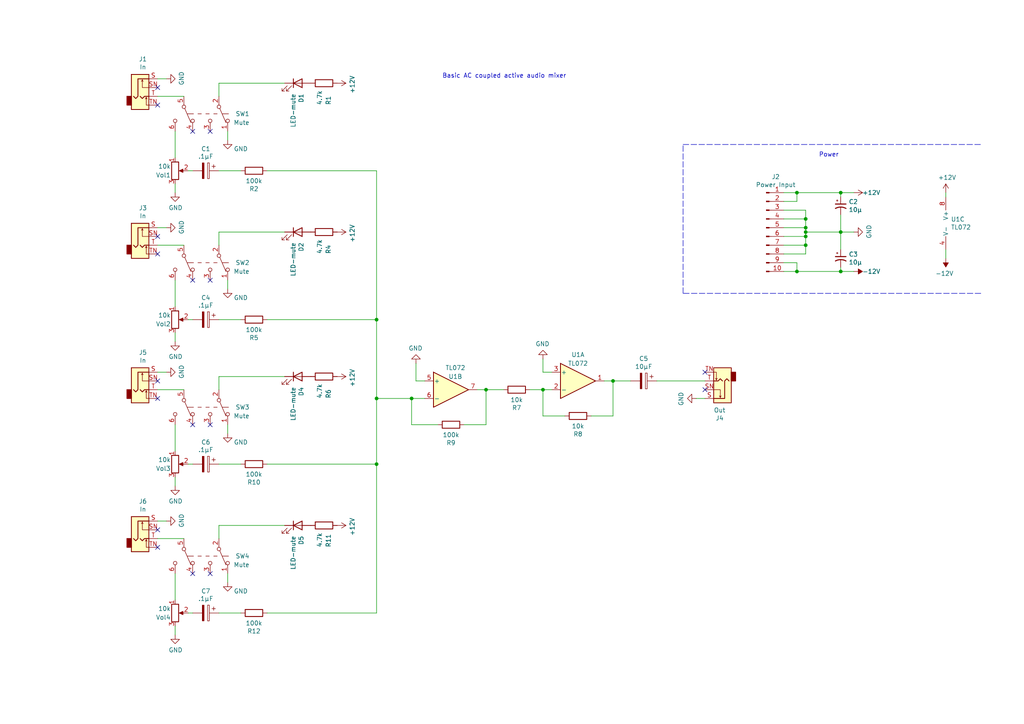
<source format=kicad_sch>
(kicad_sch (version 20211123) (generator eeschema)
  (paper "A4")
  (lib_symbols
    (symbol "Amplifier_Operational:TL072" (pin_names (offset 0.127))
      (property "Reference" "U" (at 0 5.08 0))
      (property "Value" "TL072" (at 0 -5.08 0))
      (symbol "TL072_1_1"
        (polyline (pts (xy -5.08 5.08) (xy 5.08 0) (xy -5.08 -5.08) (xy -5.08 5.08)) (stroke (width 0.254)) (fill (type background)))
        (pin output line (at 7.62 0 180) (length 2.54) (name "~") (number "1"))
        (pin input line (at -7.62 -2.54 0) (length 2.54) (name "-") (number "2"))
        (pin input line (at -7.62 2.54 0) (length 2.54) (name "+") (number "3"))
      )
      (symbol "TL072_2_1"
        (polyline (pts (xy -5.08 5.08) (xy 5.08 0) (xy -5.08 -5.08) (xy -5.08 5.08)) (stroke (width 0.254)) (fill (type background)))
        (pin input line (at -7.62 2.54 0) (length 2.54) (name "+") (number "5"))
        (pin input line (at -7.62 -2.54 0) (length 2.54) (name "-") (number "6"))
        (pin output line (at 7.62 0 180) (length 2.54) (name "~") (number "7"))
      )
      (symbol "TL072_3_1"
        (pin power_in line (at -2.54 -7.62 90) (length 3.81) (name "V-") (number "4"))
        (pin power_in line (at -2.54 7.62 270) (length 3.81) (name "V+") (number "8"))
      )
    )
    (symbol "Connector:AudioJack2_Switch"
      (property "Reference" "J" (at 0 11.43 0))
      (property "Value" "AudioJack2_Switch" (at 0 8.89 0))
      (symbol "AudioJack2_Switch_0_1"
        (rectangle (start -2.54 0) (end -3.81 -2.54) (stroke (width 0.254)) (fill (type outline)))
        (rectangle (start 2.54 6.35) (end -2.54 -3.81) (stroke (width 0.254)) (fill (type background)))
      )
      (symbol "AudioJack2_Switch_1_1"
        (polyline (pts (xy 0.635 4.826) (xy 0.889 4.318)))
        (polyline (pts (xy 1.778 -0.254) (xy 2.032 -0.762)))
        (polyline (pts (xy 0 0) (xy 0.635 -0.635) (xy 1.27 0) (xy 2.54 0)) (stroke (width 0.254)))
        (polyline (pts (xy 2.54 -2.54) (xy 1.778 -2.54) (xy 1.778 -0.254) (xy 1.524 -0.762)))
        (polyline (pts (xy 2.54 2.54) (xy 0.635 2.54) (xy 0.635 4.826) (xy 0.381 4.318)))
        (polyline (pts (xy 2.54 5.08) (xy -0.635 5.08) (xy -0.635 0) (xy -1.27 -0.635) (xy -1.905 0)) (stroke (width 0.254)))
        (pin passive line (at 5.08 5.08 180) (length 2.54) (name "~") (number "S"))
        (pin passive line (at 5.08 2.54 180) (length 2.54) (name "~") (number "SN"))
        (pin passive line (at 5.08 0 180) (length 2.54) (name "~") (number "T"))
        (pin passive line (at 5.08 -2.54 180) (length 2.54) (name "~") (number "TN"))
      )
    )
    (symbol "Connector:Conn_01x10_Male" (pin_names (offset 1.016) hide)
      (property "Reference" "J" (at 0 12.7 0))
      (property "Value" "Conn_01x10_Male" (at 0 -15.24 0))
      (symbol "Conn_01x10_Male_1_1"
        (polyline (pts (xy 1.27 -12.7) (xy 0.8636 -12.7)) (stroke (width 0.1524)))
        (polyline (pts (xy 1.27 -10.16) (xy 0.8636 -10.16)) (stroke (width 0.1524)))
        (polyline (pts (xy 1.27 -7.62) (xy 0.8636 -7.62)) (stroke (width 0.1524)))
        (polyline (pts (xy 1.27 -5.08) (xy 0.8636 -5.08)) (stroke (width 0.1524)))
        (polyline (pts (xy 1.27 -2.54) (xy 0.8636 -2.54)) (stroke (width 0.1524)))
        (polyline (pts (xy 1.27 0) (xy 0.8636 0)) (stroke (width 0.1524)))
        (polyline (pts (xy 1.27 2.54) (xy 0.8636 2.54)) (stroke (width 0.1524)))
        (polyline (pts (xy 1.27 5.08) (xy 0.8636 5.08)) (stroke (width 0.1524)))
        (polyline (pts (xy 1.27 7.62) (xy 0.8636 7.62)) (stroke (width 0.1524)))
        (polyline (pts (xy 1.27 10.16) (xy 0.8636 10.16)) (stroke (width 0.1524)))
        (rectangle (start 0.8636 -12.573) (end 0 -12.827) (stroke (width 0.1524)) (fill (type outline)))
        (rectangle (start 0.8636 -10.033) (end 0 -10.287) (stroke (width 0.1524)) (fill (type outline)))
        (rectangle (start 0.8636 -7.493) (end 0 -7.747) (stroke (width 0.1524)) (fill (type outline)))
        (rectangle (start 0.8636 -4.953) (end 0 -5.207) (stroke (width 0.1524)) (fill (type outline)))
        (rectangle (start 0.8636 -2.413) (end 0 -2.667) (stroke (width 0.1524)) (fill (type outline)))
        (rectangle (start 0.8636 0.127) (end 0 -0.127) (stroke (width 0.1524)) (fill (type outline)))
        (rectangle (start 0.8636 2.667) (end 0 2.413) (stroke (width 0.1524)) (fill (type outline)))
        (rectangle (start 0.8636 5.207) (end 0 4.953) (stroke (width 0.1524)) (fill (type outline)))
        (rectangle (start 0.8636 7.747) (end 0 7.493) (stroke (width 0.1524)) (fill (type outline)))
        (rectangle (start 0.8636 10.287) (end 0 10.033) (stroke (width 0.1524)) (fill (type outline)))
        (pin passive line (at 5.08 10.16 180) (length 3.81) (name "Pin_1") (number "1"))
        (pin passive line (at 5.08 -12.7 180) (length 3.81) (name "Pin_10") (number "10"))
        (pin passive line (at 5.08 7.62 180) (length 3.81) (name "Pin_2") (number "2"))
        (pin passive line (at 5.08 5.08 180) (length 3.81) (name "Pin_3") (number "3"))
        (pin passive line (at 5.08 2.54 180) (length 3.81) (name "Pin_4") (number "4"))
        (pin passive line (at 5.08 0 180) (length 3.81) (name "Pin_5") (number "5"))
        (pin passive line (at 5.08 -2.54 180) (length 3.81) (name "Pin_6") (number "6"))
        (pin passive line (at 5.08 -5.08 180) (length 3.81) (name "Pin_7") (number "7"))
        (pin passive line (at 5.08 -7.62 180) (length 3.81) (name "Pin_8") (number "8"))
        (pin passive line (at 5.08 -10.16 180) (length 3.81) (name "Pin_9") (number "9"))
      )
    )
    (symbol "Device:CP" (pin_numbers hide) (pin_names (offset 0.254))
      (property "Reference" "C" (at 0.635 2.54 0))
      (property "Value" "Device_CP" (at 0.635 -2.54 0))
      (symbol "CP_0_1"
        (rectangle (start -2.286 0.508) (end 2.286 1.016))
        (polyline (pts (xy -1.778 2.286) (xy -0.762 2.286)))
        (polyline (pts (xy -1.27 2.794) (xy -1.27 1.778)))
        (rectangle (start 2.286 -0.508) (end -2.286 -1.016) (fill (type outline)))
      )
      (symbol "CP_1_1"
        (pin passive line (at 0 3.81 270) (length 2.794) (name "~") (number "1"))
        (pin passive line (at 0 -3.81 90) (length 2.794) (name "~") (number "2"))
      )
    )
    (symbol "Device:CP1_Small" (pin_numbers hide) (pin_names (offset 0.254) hide)
      (property "Reference" "C" (at 0.254 1.778 0))
      (property "Value" "Device_CP1_Small" (at 0.254 -2.032 0))
      (symbol "CP1_Small_0_1"
        (polyline (pts (xy -1.524 0.508) (xy 1.524 0.508)) (stroke (width 0.3048)))
        (polyline (pts (xy -1.27 1.524) (xy -0.762 1.524)))
        (polyline (pts (xy -1.016 1.27) (xy -1.016 1.778)))
        (arc (start 1.524 -0.762) (mid 0 -0.3734) (end -1.524 -0.762) (stroke (width 0.3048)))
      )
      (symbol "CP1_Small_1_1"
        (pin passive line (at 0 2.54 270) (length 2.032) (name "~") (number "1"))
        (pin passive line (at 0 -2.54 90) (length 2.032) (name "~") (number "2"))
      )
    )
    (symbol "Device:LED" (pin_numbers hide) (pin_names (offset 1.016) hide)
      (property "Reference" "D" (at 0 2.54 0))
      (property "Value" "LED" (at 0 -2.54 0))
      (symbol "LED_0_1"
        (polyline (pts (xy -1.27 -1.27) (xy -1.27 1.27)) (stroke (width 0.254)))
        (polyline (pts (xy -1.27 0) (xy 1.27 0)))
        (polyline (pts (xy 1.27 -1.27) (xy 1.27 1.27) (xy -1.27 0) (xy 1.27 -1.27)) (stroke (width 0.254)))
        (polyline (pts (xy -3.048 -0.762) (xy -4.572 -2.286) (xy -3.81 -2.286) (xy -4.572 -2.286) (xy -4.572 -1.524)))
        (polyline (pts (xy -1.778 -0.762) (xy -3.302 -2.286) (xy -2.54 -2.286) (xy -3.302 -2.286) (xy -3.302 -1.524)))
      )
      (symbol "LED_1_1"
        (pin passive line (at -3.81 0 0) (length 2.54) (name "K") (number "1"))
        (pin passive line (at 3.81 0 180) (length 2.54) (name "A") (number "2"))
      )
    )
    (symbol "Device:R" (pin_numbers hide) (pin_names (offset 0))
      (property "Reference" "R" (at 2.032 0 90))
      (property "Value" "R" (at 0 0 90))
      (symbol "R_0_1"
        (rectangle (start -1.016 -2.54) (end 1.016 2.54) (stroke (width 0.254)))
      )
      (symbol "R_1_1"
        (pin passive line (at 0 3.81 270) (length 1.27) (name "~") (number "1"))
        (pin passive line (at 0 -3.81 90) (length 1.27) (name "~") (number "2"))
      )
    )
    (symbol "Device:R_POT" (pin_names (offset 1.016) hide)
      (property "Reference" "RV" (at -4.445 0 90))
      (property "Value" "Device_R_POT" (at -2.54 0 90))
      (symbol "R_POT_0_1"
        (polyline (pts (xy 2.54 0) (xy 1.524 0)))
        (polyline (pts (xy 1.143 0) (xy 2.286 0.508) (xy 2.286 -0.508) (xy 1.143 0)) (fill (type outline)))
        (rectangle (start 1.016 2.54) (end -1.016 -2.54) (stroke (width 0.254)))
      )
      (symbol "R_POT_1_1"
        (pin passive line (at 0 3.81 270) (length 1.27) (name "1") (number "1"))
        (pin passive line (at 3.81 0 180) (length 1.27) (name "2") (number "2"))
        (pin passive line (at 0 -3.81 90) (length 1.27) (name "3") (number "3"))
      )
    )
    (symbol "Switch:SW_Push_DPDT" (pin_names (offset 0) hide)
      (property "Reference" "SW" (at 0 8.89 0))
      (property "Value" "SW_Push_DPDT" (at 0 -10.16 0))
      (symbol "SW_Push_DPDT_0_0"
        (circle (center -2.032 -5.08) (radius 0.508))
        (circle (center -2.032 5.08) (radius 0.508))
        (circle (center 2.032 -7.62) (radius 0.508))
        (circle (center 2.032 2.54) (radius 0.508))
      )
      (symbol "SW_Push_DPDT_0_1"
        (polyline (pts (xy -1.524 -4.826) (xy 2.54 -3.048)))
        (polyline (pts (xy -1.524 5.334) (xy 2.54 7.112)))
        (polyline (pts (xy 0 -2.286) (xy 0 -4.064)))
        (polyline (pts (xy 0 -1.016) (xy 0 0)))
        (polyline (pts (xy 0 1.27) (xy 0 2.286)))
        (polyline (pts (xy 0 3.556) (xy 0 4.572)))
        (polyline (pts (xy 0 7.874) (xy 0 6.096)))
        (circle (center 2.032 -2.54) (radius 0.508))
        (circle (center 2.032 7.62) (radius 0.508))
      )
      (symbol "SW_Push_DPDT_1_1"
        (pin passive line (at 5.08 7.62 180) (length 2.54) (name "A") (number "1"))
        (pin passive line (at -5.08 5.08 0) (length 2.54) (name "B") (number "2"))
        (pin passive line (at 5.08 2.54 180) (length 2.54) (name "C") (number "3"))
        (pin passive line (at 5.08 -2.54 180) (length 2.54) (name "A") (number "4"))
        (pin passive line (at -5.08 -5.08 0) (length 2.54) (name "B") (number "5"))
        (pin passive line (at 5.08 -7.62 180) (length 2.54) (name "C") (number "6"))
      )
    )
    (symbol "power:+12V" (power) (pin_names (offset 0))
      (property "Value" "+12V" (at 0 3.556 0))
      (symbol "+12V_0_1"
        (polyline (pts (xy -0.762 1.27) (xy 0 2.54)))
        (polyline (pts (xy 0 0) (xy 0 2.54)))
        (polyline (pts (xy 0 2.54) (xy 0.762 1.27)))
      )
      (symbol "+12V_1_1"
        (pin power_in line (at 0 0 90) (length 0) hide (name "+12V") (number "1"))
      )
    )
    (symbol "power:-12V" (power) (pin_names (offset 0))
      (property "Value" "-12V" (at 0 3.81 0))
      (symbol "-12V_0_0"
        (pin power_in line (at 0 0 90) (length 0) hide (name "-12V") (number "1"))
      )
      (symbol "-12V_0_1"
        (polyline (pts (xy 0 0) (xy 0 1.27) (xy 0.762 1.27) (xy 0 2.54) (xy -0.762 1.27) (xy 0 1.27)) (fill (type outline)))
      )
    )
    (symbol "power:GND" (power) (pin_names (offset 0))
      (property "Value" "GND" (at 0 -3.81 0))
      (symbol "GND_0_1"
        (polyline (pts (xy 0 0) (xy 0 -1.27) (xy 1.27 -1.27) (xy 0 -2.54) (xy -1.27 -1.27) (xy 0 -1.27)))
      )
      (symbol "GND_1_1"
        (pin power_in line (at 0 0 270) (length 0) hide (name "GND") (number "1"))
      )
    )
  )
  (junction (at 109.22 92.71))
  (junction (at 233.68 68.58))
  (junction (at 177.8 110.49))
  (junction (at 157.48 113.03))
  (junction (at 109.22 134.62))
  (junction (at 243.84 78.74))
  (junction (at 233.68 67.31))
  (junction (at 233.68 71.12))
  (junction (at 140.97 113.03))
  (junction (at 109.22 115.57))
  (junction (at 231.14 55.88))
  (junction (at 233.68 66.04))
  (junction (at 119.38 115.57))
  (junction (at 233.68 63.5))
  (junction (at 243.84 67.31))
  (junction (at 243.84 55.88))
  (junction (at 231.14 78.74))
  (no_connect (at 45.72 110.49))
  (no_connect (at 204.47 113.03))
  (no_connect (at 60.96 123.19))
  (no_connect (at 45.72 73.66))
  (no_connect (at 55.88 123.19))
  (no_connect (at 55.88 81.28))
  (no_connect (at 45.72 158.75))
  (no_connect (at 45.72 115.57))
  (no_connect (at 55.88 166.37))
  (no_connect (at 45.72 30.48))
  (no_connect (at 204.47 107.95))
  (no_connect (at 45.72 25.4))
  (no_connect (at 45.72 68.58))
  (no_connect (at 60.96 81.28))
  (no_connect (at 60.96 166.37))
  (no_connect (at 45.72 153.67))
  (no_connect (at 60.96 38.1))
  (no_connect (at 55.88 38.1))
  (wire (pts (xy 171.45 120.65) (xy 177.8 120.65)))
  (wire (pts (xy 204.47 115.57) (xy 201.93 115.57)))
  (wire (pts (xy 140.97 113.03) (xy 140.97 123.19)))
  (wire (pts (xy 233.68 71.12) (xy 233.68 68.58)))
  (wire (pts (xy 160.02 107.95) (xy 157.48 107.95)))
  (wire (pts (xy 119.38 115.57) (xy 123.19 115.57)))
  (wire (pts (xy 109.22 49.53) (xy 109.22 92.71)))
  (wire (pts (xy 243.84 77.47) (xy 243.84 78.74)))
  (wire (pts (xy 63.5 24.13) (xy 82.55 24.13)))
  (wire (pts (xy 50.8 99.06) (xy 50.8 96.52)))
  (wire (pts (xy 54.61 177.8) (xy 55.88 177.8)))
  (wire (pts (xy 63.5 49.53) (xy 69.85 49.53)))
  (wire (pts (xy 50.8 166.37) (xy 50.8 173.99)))
  (wire (pts (xy 45.72 71.12) (xy 53.34 71.12)))
  (wire (pts (xy 243.84 78.74) (xy 247.65 78.74)))
  (wire (pts (xy 63.5 177.8) (xy 69.85 177.8)))
  (wire (pts (xy 227.33 60.96) (xy 233.68 60.96)))
  (wire (pts (xy 243.84 62.23) (xy 243.84 67.31)))
  (wire (pts (xy 227.33 58.42) (xy 231.14 58.42)))
  (wire (pts (xy 233.68 67.31) (xy 243.84 67.31)))
  (wire (pts (xy 157.48 107.95) (xy 157.48 104.14)))
  (wire (pts (xy 227.33 76.2) (xy 231.14 76.2)))
  (wire (pts (xy 157.48 113.03) (xy 157.48 120.65)))
  (wire (pts (xy 177.8 110.49) (xy 175.26 110.49)))
  (wire (pts (xy 233.68 60.96) (xy 233.68 63.5)))
  (wire (pts (xy 140.97 123.19) (xy 134.62 123.19)))
  (wire (pts (xy 63.5 134.62) (xy 69.85 134.62)))
  (wire (pts (xy 227.33 63.5) (xy 233.68 63.5)))
  (wire (pts (xy 157.48 113.03) (xy 160.02 113.03)))
  (wire (pts (xy 50.8 140.97) (xy 50.8 138.43)))
  (wire (pts (xy 109.22 115.57) (xy 119.38 115.57)))
  (wire (pts (xy 233.68 68.58) (xy 233.68 67.31)))
  (polyline (pts (xy 198.12 85.09) (xy 198.12 41.91)))
  (wire (pts (xy 63.5 92.71) (xy 69.85 92.71)))
  (wire (pts (xy 274.32 72.39) (xy 274.32 74.93)))
  (wire (pts (xy 66.04 38.1) (xy 66.04 40.64)))
  (wire (pts (xy 243.84 55.88) (xy 247.65 55.88)))
  (wire (pts (xy 140.97 113.03) (xy 146.05 113.03)))
  (wire (pts (xy 177.8 110.49) (xy 182.88 110.49)))
  (wire (pts (xy 66.04 81.28) (xy 66.04 83.82)))
  (wire (pts (xy 45.72 27.94) (xy 53.34 27.94)))
  (wire (pts (xy 227.33 78.74) (xy 231.14 78.74)))
  (wire (pts (xy 54.61 49.53) (xy 55.88 49.53)))
  (wire (pts (xy 120.65 105.41) (xy 120.65 110.49)))
  (wire (pts (xy 243.84 57.15) (xy 243.84 55.88)))
  (wire (pts (xy 233.68 67.31) (xy 233.68 66.04)))
  (wire (pts (xy 109.22 134.62) (xy 109.22 177.8)))
  (wire (pts (xy 66.04 166.37) (xy 66.04 168.91)))
  (wire (pts (xy 138.43 113.03) (xy 140.97 113.03)))
  (wire (pts (xy 63.5 109.22) (xy 63.5 113.03)))
  (wire (pts (xy 153.67 113.03) (xy 157.48 113.03)))
  (wire (pts (xy 63.5 152.4) (xy 82.55 152.4)))
  (wire (pts (xy 233.68 73.66) (xy 233.68 71.12)))
  (wire (pts (xy 243.84 67.31) (xy 247.65 67.31)))
  (polyline (pts (xy 198.12 41.91) (xy 284.48 41.91)))
  (wire (pts (xy 157.48 120.65) (xy 163.83 120.65)))
  (wire (pts (xy 274.32 55.88) (xy 274.32 57.15)))
  (wire (pts (xy 127 123.19) (xy 119.38 123.19)))
  (wire (pts (xy 50.8 123.19) (xy 50.8 130.81)))
  (wire (pts (xy 109.22 115.57) (xy 109.22 134.62)))
  (wire (pts (xy 177.8 120.65) (xy 177.8 110.49)))
  (wire (pts (xy 45.72 151.13) (xy 48.26 151.13)))
  (wire (pts (xy 45.72 156.21) (xy 53.34 156.21)))
  (wire (pts (xy 54.61 92.71) (xy 55.88 92.71)))
  (wire (pts (xy 50.8 38.1) (xy 50.8 45.72)))
  (wire (pts (xy 119.38 123.19) (xy 119.38 115.57)))
  (wire (pts (xy 66.04 123.19) (xy 66.04 125.73)))
  (wire (pts (xy 243.84 67.31) (xy 243.84 72.39)))
  (wire (pts (xy 123.19 110.49) (xy 120.65 110.49)))
  (wire (pts (xy 63.5 109.22) (xy 82.55 109.22)))
  (wire (pts (xy 233.68 63.5) (xy 233.68 66.04)))
  (wire (pts (xy 45.72 107.95) (xy 48.26 107.95)))
  (wire (pts (xy 77.47 134.62) (xy 109.22 134.62)))
  (wire (pts (xy 190.5 110.49) (xy 204.47 110.49)))
  (wire (pts (xy 231.14 76.2) (xy 231.14 78.74)))
  (wire (pts (xy 231.14 58.42) (xy 231.14 55.88)))
  (wire (pts (xy 63.5 67.31) (xy 82.55 67.31)))
  (wire (pts (xy 50.8 184.15) (xy 50.8 181.61)))
  (wire (pts (xy 227.33 73.66) (xy 233.68 73.66)))
  (polyline (pts (xy 284.48 85.09) (xy 198.12 85.09)))
  (wire (pts (xy 227.33 71.12) (xy 233.68 71.12)))
  (wire (pts (xy 109.22 92.71) (xy 109.22 115.57)))
  (wire (pts (xy 227.33 55.88) (xy 231.14 55.88)))
  (wire (pts (xy 233.68 66.04) (xy 227.33 66.04)))
  (wire (pts (xy 231.14 55.88) (xy 243.84 55.88)))
  (wire (pts (xy 45.72 113.03) (xy 53.34 113.03)))
  (wire (pts (xy 227.33 68.58) (xy 233.68 68.58)))
  (wire (pts (xy 54.61 134.62) (xy 55.88 134.62)))
  (wire (pts (xy 77.47 92.71) (xy 109.22 92.71)))
  (wire (pts (xy 45.72 22.86) (xy 48.26 22.86)))
  (wire (pts (xy 63.5 67.31) (xy 63.5 71.12)))
  (wire (pts (xy 45.72 66.04) (xy 48.26 66.04)))
  (wire (pts (xy 50.8 55.88) (xy 50.8 53.34)))
  (wire (pts (xy 63.5 152.4) (xy 63.5 156.21)))
  (wire (pts (xy 77.47 49.53) (xy 109.22 49.53)))
  (wire (pts (xy 50.8 81.28) (xy 50.8 88.9)))
  (wire (pts (xy 109.22 177.8) (xy 77.47 177.8)))
  (wire (pts (xy 231.14 78.74) (xy 243.84 78.74)))
  (wire (pts (xy 63.5 24.13) (xy 63.5 27.94)))
  (text "Power" (at 237.49 45.72 0) (effects (font (size 1.27 1.27)) (justify left bottom)))
  (text "Basic AC coupled active audio mixer" (at 128.27 22.86 0) (effects (font (size 1.27 1.27)) (justify left bottom)))
  (symbol (lib_id "Amplifier_Operational:TL072") (at 167.64 110.49 0) (unit 1)
    (property "Reference" "U1" (at 167.64 102.87 0))
    (property "Value" "TL072" (at 167.64 105.41 0))
    (property "Footprint" "Package_DIP:DIP-8_W7.62mm_Socket" (effects hide))
    (property "Datasheet" "http://www.ti.com/lit/ds/symlink/tl071.pdf" (effects hide))
  )
  (symbol (lib_id "Amplifier_Operational:TL072") (at 130.81 113.03 0) (unit 2)
    (property "Reference" "U1" (at 132.08 109.22 0))
    (property "Value" "TL072" (at 132.08 106.68 0))
    (property "Footprint" "Package_DIP:DIP-8_W7.62mm_Socket" (effects hide))
    (property "Datasheet" "http://www.ti.com/lit/ds/symlink/tl071.pdf" (effects hide))
  )
  (symbol (lib_id "power:+12V") (at 247.65 55.88 270) (unit 1)
    (property "Reference" "#PWR05" (effects hide))
    (property "Value" "+12V" (at 252.73 55.88 90))
  )
  (symbol (lib_id "power:-12V") (at 247.65 78.74 270) (unit 1)
    (property "Reference" "#PWR014" (effects hide))
    (property "Value" "-12V" (at 252.73 78.74 90))
  )
  (symbol (lib_id "Connector:Conn_01x10_Male") (at 222.25 66.04 0) (unit 1)
    (property "Reference" "J2" (at 224.9932 51.2826 0))
    (property "Value" "Power Input" (at 224.9932 53.594 0))
    (property "Footprint" "Connector_PinHeader_2.54mm:PinHeader_2x05_P2.54mm_Vertical" (effects hide))
  )
  (symbol (lib_id "Device:CP1_Small") (at 243.84 59.69 0) (unit 1)
    (property "Reference" "C2" (at 246.1514 58.5216 0) (effects (justify left)))
    (property "Value" "10µ" (at 246.1514 60.833 0) (effects (justify left)))
    (property "Footprint" "Capacitor_THT:CP_Radial_D5.0mm_P2.00mm" (effects hide))
  )
  (symbol (lib_id "Device:CP1_Small") (at 243.84 74.93 0) (unit 1)
    (property "Reference" "C3" (at 246.1514 73.7616 0) (effects (justify left)))
    (property "Value" "10µ" (at 246.1514 76.073 0) (effects (justify left)))
    (property "Footprint" "Capacitor_THT:CP_Radial_D5.0mm_P2.00mm" (effects hide))
  )
  (symbol (lib_id "power:GND") (at 247.65 67.31 90) (unit 1)
    (property "Reference" "#PWR011" (effects hide))
    (property "Value" "GND" (at 252.0442 67.183 0))
  )
  (symbol (lib_id "Connector:AudioJack2_Switch") (at 40.64 27.94 0) (unit 1)
    (property "Reference" "J1" (at 41.4528 17.145 0))
    (property "Value" "In" (at 41.4528 19.4564 0))
    (property "Footprint" "Synth:Thonkiconn" (effects hide))
  )
  (symbol (lib_id "power:GND") (at 48.26 22.86 90) (unit 1)
    (property "Reference" "#PWR01" (effects hide))
    (property "Value" "GND" (at 52.6542 22.733 0))
  )
  (symbol (lib_id "power:-12V") (at 274.32 74.93 180) (unit 1)
    (property "Reference" "#PWR013" (effects hide))
    (property "Value" "-12V" (at 273.939 79.3242 0))
  )
  (symbol (lib_id "power:+12V") (at 274.32 55.88 0) (unit 1)
    (property "Reference" "#PWR06" (effects hide))
    (property "Value" "+12V" (at 274.701 51.4858 0))
  )
  (symbol (lib_id "Amplifier_Operational:TL072") (at 276.86 64.77 0) (unit 3)
    (property "Reference" "U1" (at 275.7932 63.6016 0) (effects (justify left)))
    (property "Value" "TL072" (at 275.7932 65.913 0) (effects (justify left)))
    (property "Footprint" "Package_DIP:DIP-8_W7.62mm_Socket" (effects hide))
    (property "Datasheet" "http://www.ti.com/lit/ds/symlink/tl071.pdf" (effects hide))
  )
  (symbol (lib_id "Device:R_POT") (at 50.8 134.62 0) (unit 1)
    (property "Reference" "Vol3" (at 49.53 135.89 0) (effects (justify right)))
    (property "Value" "10k" (at 49.53 133.35 0) (effects (justify right)))
    (property "Footprint" "Synth:Pot-bourns-alpha" (effects hide))
  )
  (symbol (lib_id "Device:R_POT") (at 50.8 177.8 0) (unit 1)
    (property "Reference" "Vol4" (at 49.53 179.07 0) (effects (justify right)))
    (property "Value" "10k" (at 49.53 176.53 0) (effects (justify right)))
    (property "Footprint" "Synth:Pot-bourns-alpha" (effects hide))
  )
  (symbol (lib_id "Connector:AudioJack2_Switch") (at 40.64 113.03 0) (unit 1)
    (property "Reference" "J5" (at 41.4528 102.235 0))
    (property "Value" "In" (at 41.4528 104.5464 0))
    (property "Footprint" "Synth:Thonkiconn" (effects hide))
  )
  (symbol (lib_id "power:GND") (at 120.65 105.41 180) (unit 1)
    (property "Reference" "#PWR?" (effects hide))
    (property "Value" "GND" (at 120.523 101.0158 0))
  )
  (symbol (lib_id "Switch:SW_Push_DPDT") (at 58.42 76.2 270) (unit 1)
    (property "Reference" "SW2" (at 72.39 76.2 90) (effects (justify right)))
    (property "Value" "Mute" (at 72.39 78.74 90) (effects (justify right)))
    (property "Footprint" "Synth:SW_DPDT_Toggle" (effects hide))
  )
  (symbol (lib_id "Device:R") (at 93.98 24.13 270) (unit 1)
    (property "Reference" "R1" (at 95.25 30.48 0) (effects (justify right)))
    (property "Value" "4.7k" (at 92.71 30.48 0) (effects (justify right)))
    (property "Footprint" "Resistor_THT:R_Axial_DIN0207_L6.3mm_D2.5mm_P10.16mm_Horizontal" (effects hide))
  )
  (symbol (lib_id "Device:LED") (at 86.36 67.31 0) (unit 1)
    (property "Reference" "D2" (at 87.3506 70.3072 90) (effects (justify right)))
    (property "Value" "LED-mute" (at 85.0392 70.3072 90) (effects (justify right)))
    (property "Footprint" "LED_THT:LED_D4.0mm" (effects hide))
  )
  (symbol (lib_id "Device:LED") (at 86.36 152.4 0) (unit 1)
    (property "Reference" "D5" (at 87.3506 155.3972 90) (effects (justify right)))
    (property "Value" "LED-mute" (at 85.0392 155.3972 90) (effects (justify right)))
    (property "Footprint" "LED_THT:LED_D4.0mm" (effects hide))
  )
  (symbol (lib_id "Connector:AudioJack2_Switch") (at 209.55 110.49 180) (unit 1)
    (property "Reference" "J4" (at 208.7372 121.285 0))
    (property "Value" "Out" (at 208.7372 118.9736 0))
    (property "Footprint" "Synth:Thonkiconn" (effects hide))
  )
  (symbol (lib_id "power:GND") (at 66.04 125.73 0) (unit 1)
    (property "Reference" "#PWR021" (effects hide))
    (property "Value" "GND" (at 69.85 128.27 0))
  )
  (symbol (lib_id "power:GND") (at 48.26 151.13 90) (unit 1)
    (property "Reference" "#PWR023" (effects hide))
    (property "Value" "GND" (at 52.6542 151.003 0))
  )
  (symbol (lib_id "Device:R") (at 93.98 109.22 270) (unit 1)
    (property "Reference" "R6" (at 95.25 115.57 0) (effects (justify right)))
    (property "Value" "4.7k" (at 92.71 115.57 0) (effects (justify right)))
    (property "Footprint" "Resistor_THT:R_Axial_DIN0207_L6.3mm_D2.5mm_P10.16mm_Horizontal" (effects hide))
  )
  (symbol (lib_id "power:+12V") (at 97.79 24.13 270) (unit 1)
    (property "Reference" "#PWR02" (effects hide))
    (property "Value" "+12V" (at 102.1842 24.511 0))
  )
  (symbol (lib_id "Device:R") (at 93.98 152.4 270) (unit 1)
    (property "Reference" "R11" (at 95.25 158.75 0) (effects (justify right)))
    (property "Value" "4.7k" (at 92.71 158.75 0) (effects (justify right)))
    (property "Footprint" "Resistor_THT:R_Axial_DIN0207_L6.3mm_D2.5mm_P10.16mm_Horizontal" (effects hide))
  )
  (symbol (lib_id "power:GND") (at 201.93 115.57 270) (unit 1)
    (property "Reference" "#PWR020" (effects hide))
    (property "Value" "GND" (at 197.5358 115.697 0))
  )
  (symbol (lib_id "Device:R") (at 73.66 177.8 270) (unit 1)
    (property "Reference" "R12" (at 73.66 183.0578 90))
    (property "Value" "100k" (at 73.66 180.7464 90))
    (property "Footprint" "Resistor_THT:R_Axial_DIN0207_L6.3mm_D2.5mm_P10.16mm_Horizontal" (effects hide))
  )
  (symbol (lib_id "Device:LED") (at 86.36 24.13 0) (unit 1)
    (property "Reference" "D1" (at 87.3506 27.1272 90) (effects (justify right)))
    (property "Value" "LED-mute" (at 85.0392 27.1272 90) (effects (justify right)))
    (property "Footprint" "LED_THT:LED_D4.0mm" (effects hide))
  )
  (symbol (lib_id "Device:CP") (at 59.69 49.53 270) (unit 1)
    (property "Reference" "C1" (at 59.69 43.18 90))
    (property "Value" ".1µF" (at 59.69 45.3644 90))
    (property "Footprint" "Capacitor_THT:CP_Radial_D5.0mm_P2.00mm" (effects hide))
  )
  (symbol (lib_id "power:GND") (at 50.8 55.88 0) (unit 1)
    (property "Reference" "#PWR04" (effects hide))
    (property "Value" "GND" (at 50.927 60.2742 0))
  )
  (symbol (lib_id "Device:R") (at 93.98 67.31 270) (unit 1)
    (property "Reference" "R4" (at 95.25 73.66 0) (effects (justify right)))
    (property "Value" "4.7k" (at 92.71 73.66 0) (effects (justify right)))
    (property "Footprint" "Resistor_THT:R_Axial_DIN0207_L6.3mm_D2.5mm_P10.16mm_Horizontal" (effects hide))
  )
  (symbol (lib_id "Device:R_POT") (at 50.8 49.53 0) (unit 1)
    (property "Reference" "Vol1" (at 49.53 50.8 0) (effects (justify right)))
    (property "Value" "10k" (at 49.53 48.26 0) (effects (justify right)))
    (property "Footprint" "Synth:Pot-bourns-alpha" (effects hide))
  )
  (symbol (lib_id "power:GND") (at 66.04 40.64 0) (unit 1)
    (property "Reference" "#PWR03" (effects hide))
    (property "Value" "GND" (at 69.85 43.18 0))
  )
  (symbol (lib_id "power:+12V") (at 97.79 152.4 270) (unit 1)
    (property "Reference" "#PWR024" (effects hide))
    (property "Value" "+12V" (at 102.1842 152.781 0))
  )
  (symbol (lib_id "Switch:SW_Push_DPDT") (at 58.42 33.02 270) (unit 1)
    (property "Reference" "SW1" (at 72.39 33.02 90) (effects (justify right)))
    (property "Value" "Mute" (at 72.39 35.56 90) (effects (justify right)))
    (property "Footprint" "Synth:SW_DPDT_Toggle" (effects hide))
  )
  (symbol (lib_id "Connector:AudioJack2_Switch") (at 40.64 156.21 0) (unit 1)
    (property "Reference" "J6" (at 41.4528 145.415 0))
    (property "Value" "In" (at 41.4528 147.7264 0))
    (property "Footprint" "Synth:Thonkiconn" (effects hide))
  )
  (symbol (lib_id "power:GND") (at 50.8 184.15 0) (unit 1)
    (property "Reference" "#PWR026" (effects hide))
    (property "Value" "GND" (at 50.927 188.5442 0))
  )
  (symbol (lib_id "Device:R") (at 73.66 134.62 270) (unit 1)
    (property "Reference" "R10" (at 73.66 139.8778 90))
    (property "Value" "100k" (at 73.66 137.5664 90))
    (property "Footprint" "Resistor_THT:R_Axial_DIN0207_L6.3mm_D2.5mm_P10.16mm_Horizontal" (effects hide))
  )
  (symbol (lib_id "Switch:SW_Push_DPDT") (at 58.42 118.11 270) (unit 1)
    (property "Reference" "SW3" (at 72.39 118.11 90) (effects (justify right)))
    (property "Value" "Mute" (at 72.39 120.65 90) (effects (justify right)))
    (property "Footprint" "Synth:SW_DPDT_Toggle" (effects hide))
  )
  (symbol (lib_id "Device:CP") (at 59.69 134.62 270) (unit 1)
    (property "Reference" "C6" (at 59.69 128.27 90))
    (property "Value" ".1µF" (at 59.69 130.4544 90))
    (property "Footprint" "Capacitor_THT:CP_Radial_D5.0mm_P2.00mm" (effects hide))
  )
  (symbol (lib_id "power:+12V") (at 97.79 109.22 270) (unit 1)
    (property "Reference" "#PWR019" (effects hide))
    (property "Value" "+12V" (at 102.1842 109.601 0))
  )
  (symbol (lib_id "power:+12V") (at 97.79 67.31 270) (unit 1)
    (property "Reference" "#PWR010" (effects hide))
    (property "Value" "+12V" (at 102.1842 67.691 0))
  )
  (symbol (lib_id "Device:CP") (at 59.69 92.71 270) (unit 1)
    (property "Reference" "C4" (at 59.69 86.36 90))
    (property "Value" ".1µF" (at 59.69 88.5444 90))
    (property "Footprint" "Capacitor_THT:CP_Radial_D5.0mm_P2.00mm" (effects hide))
  )
  (symbol (lib_id "power:GND") (at 50.8 99.06 0) (unit 1)
    (property "Reference" "#PWR016" (effects hide))
    (property "Value" "GND" (at 50.927 103.4542 0))
  )
  (symbol (lib_id "Device:R") (at 73.66 49.53 270) (unit 1)
    (property "Reference" "R2" (at 73.66 54.7878 90))
    (property "Value" "100k" (at 73.66 52.4764 90))
    (property "Footprint" "Resistor_THT:R_Axial_DIN0207_L6.3mm_D2.5mm_P10.16mm_Horizontal" (effects hide))
  )
  (symbol (lib_id "Device:R_POT") (at 50.8 92.71 0) (unit 1)
    (property "Reference" "Vol2" (at 49.53 93.98 0) (effects (justify right)))
    (property "Value" "10k" (at 49.53 91.44 0) (effects (justify right)))
    (property "Footprint" "Synth:Pot-bourns-alpha" (effects hide))
  )
  (symbol (lib_id "power:GND") (at 66.04 83.82 0) (unit 1)
    (property "Reference" "#PWR015" (effects hide))
    (property "Value" "GND" (at 69.85 86.36 0))
  )
  (symbol (lib_id "Switch:SW_Push_DPDT") (at 58.42 161.29 270) (unit 1)
    (property "Reference" "SW4" (at 72.39 161.29 90) (effects (justify right)))
    (property "Value" "Mute" (at 72.39 163.83 90) (effects (justify right)))
    (property "Footprint" "Synth:SW_DPDT_Toggle" (effects hide))
  )
  (symbol (lib_id "Device:LED") (at 86.36 109.22 0) (unit 1)
    (property "Reference" "D4" (at 87.3506 112.2172 90) (effects (justify right)))
    (property "Value" "LED-mute" (at 85.0392 112.2172 90) (effects (justify right)))
    (property "Footprint" "LED_THT:LED_D4.0mm" (effects hide))
  )
  (symbol (lib_id "power:GND") (at 157.48 104.14 180) (unit 1)
    (property "Reference" "#PWR017" (effects hide))
    (property "Value" "GND" (at 157.353 99.7458 0))
  )
  (symbol (lib_id "Device:CP") (at 59.69 177.8 270) (unit 1)
    (property "Reference" "C7" (at 59.69 171.45 90))
    (property "Value" ".1µF" (at 59.69 173.6344 90))
    (property "Footprint" "Capacitor_THT:CP_Radial_D5.0mm_P2.00mm" (effects hide))
  )
  (symbol (lib_id "power:GND") (at 48.26 107.95 90) (unit 1)
    (property "Reference" "#PWR018" (effects hide))
    (property "Value" "GND" (at 52.6542 107.823 0))
  )
  (symbol (lib_id "Device:R") (at 73.66 92.71 270) (unit 1)
    (property "Reference" "R5" (at 73.66 97.9678 90))
    (property "Value" "100k" (at 73.66 95.6564 90))
    (property "Footprint" "Resistor_THT:R_Axial_DIN0207_L6.3mm_D2.5mm_P10.16mm_Horizontal" (effects hide))
  )
  (symbol (lib_id "power:GND") (at 50.8 140.97 0) (unit 1)
    (property "Reference" "#PWR022" (effects hide))
    (property "Value" "GND" (at 50.927 145.3642 0))
  )
  (symbol (lib_id "Connector:AudioJack2_Switch") (at 40.64 71.12 0) (unit 1)
    (property "Reference" "J3" (at 41.4528 60.325 0))
    (property "Value" "In" (at 41.4528 62.6364 0))
    (property "Footprint" "Synth:Thonkiconn" (effects hide))
  )
  (symbol (lib_id "Device:R") (at 130.81 123.19 270) (unit 1)
    (property "Reference" "R9" (at 130.81 128.4478 90))
    (property "Value" "100k" (at 130.81 126.1364 90))
    (property "Footprint" "Resistor_THT:R_Axial_DIN0207_L6.3mm_D2.5mm_P10.16mm_Horizontal" (effects hide))
  )
  (symbol (lib_id "Device:R") (at 149.86 113.03 270) (unit 1)
    (property "Reference" "R7" (at 149.86 118.2878 90))
    (property "Value" "10k" (at 149.86 115.9764 90))
    (property "Footprint" "Resistor_THT:R_Axial_DIN0207_L6.3mm_D2.5mm_P10.16mm_Horizontal" (effects hide))
  )
  (symbol (lib_id "power:GND") (at 48.26 66.04 90) (unit 1)
    (property "Reference" "#PWR09" (effects hide))
    (property "Value" "GND" (at 52.6542 65.913 0))
  )
  (symbol (lib_id "Device:R") (at 167.64 120.65 270) (unit 1)
    (property "Reference" "R8" (at 167.64 125.9078 90))
    (property "Value" "10k" (at 167.64 123.5964 90))
    (property "Footprint" "Resistor_THT:R_Axial_DIN0207_L6.3mm_D2.5mm_P10.16mm_Horizontal" (effects hide))
  )
  (symbol (lib_id "power:GND") (at 66.04 168.91 0) (unit 1)
    (property "Reference" "#PWR025" (effects hide))
    (property "Value" "GND" (at 69.85 171.45 0))
  )
  (symbol (lib_id "Device:CP") (at 186.69 110.49 270) (unit 1)
    (property "Reference" "C5" (at 186.69 104.013 90))
    (property "Value" "10µF" (at 186.69 106.3244 90))
    (property "Footprint" "Capacitor_THT:CP_Radial_D5.0mm_P2.00mm" (effects hide))
  )
)
</source>
